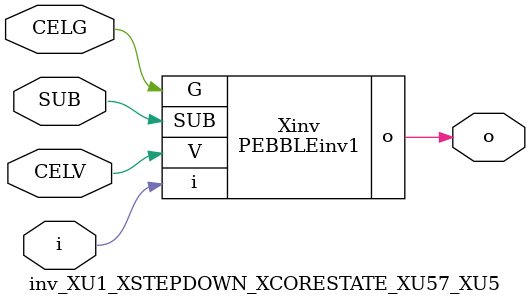
<source format=v>



module PEBBLEinv1 ( o, G, SUB, V, i );

  input V;
  input i;
  input G;
  output o;
  input SUB;
endmodule

//Celera Confidential Do Not Copy inv_XU1_XSTEPDOWN_XCORESTATE_XU57_XU5
//Celera Confidential Symbol Generator
//5V Inverter
module inv_XU1_XSTEPDOWN_XCORESTATE_XU57_XU5 (CELV,CELG,i,o,SUB);
input CELV;
input CELG;
input i;
input SUB;
output o;

//Celera Confidential Do Not Copy inv
PEBBLEinv1 Xinv(
.V (CELV),
.i (i),
.o (o),
.SUB (SUB),
.G (CELG)
);
//,diesize,PEBBLEinv1

//Celera Confidential Do Not Copy Module End
//Celera Schematic Generator
endmodule

</source>
